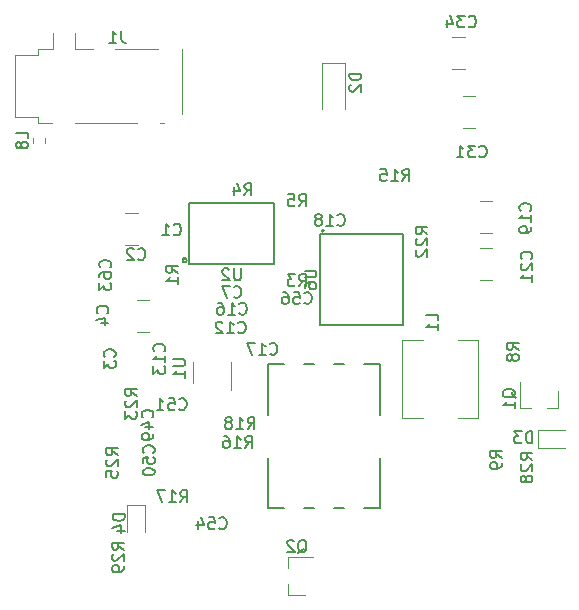
<source format=gbr>
G04 #@! TF.FileFunction,Legend,Bot*
%FSLAX46Y46*%
G04 Gerber Fmt 4.6, Leading zero omitted, Abs format (unit mm)*
G04 Created by KiCad (PCBNEW 4.0.5+dfsg1-4) date Tue Aug 14 14:25:04 2018*
%MOMM*%
%LPD*%
G01*
G04 APERTURE LIST*
%ADD10C,0.100000*%
%ADD11C,0.120000*%
%ADD12C,0.150000*%
%ADD13C,0.200000*%
G04 APERTURE END LIST*
D10*
D11*
X59482633Y-100960000D02*
X60517367Y-100960000D01*
X59482633Y-98240000D02*
X60517367Y-98240000D01*
X60482633Y-108360000D02*
X61517367Y-108360000D01*
X60482633Y-105640000D02*
X61517367Y-105640000D01*
X89482633Y-99960000D02*
X90517367Y-99960000D01*
X89482633Y-97240000D02*
X90517367Y-97240000D01*
X89482633Y-103960000D02*
X90517367Y-103960000D01*
X89482633Y-101240000D02*
X90517367Y-101240000D01*
X88082633Y-91060000D02*
X89117367Y-91060000D01*
X88082633Y-88340000D02*
X89117367Y-88340000D01*
X87182633Y-86060000D02*
X88217367Y-86060000D01*
X87182633Y-83340000D02*
X88217367Y-83340000D01*
X76100000Y-85550000D02*
X78100000Y-85550000D01*
X78100000Y-85550000D02*
X78100000Y-89450000D01*
X76100000Y-85550000D02*
X76100000Y-89450000D01*
X96700000Y-118135000D02*
X94415000Y-118135000D01*
X94415000Y-118135000D02*
X94415000Y-116665000D01*
X94415000Y-116665000D02*
X96700000Y-116665000D01*
X59665000Y-125300000D02*
X59665000Y-123015000D01*
X59665000Y-123015000D02*
X61135000Y-123015000D01*
X61135000Y-123015000D02*
X61135000Y-125300000D01*
X87644100Y-115593400D02*
X89344100Y-115593400D01*
X89344100Y-115593400D02*
X89344100Y-108993400D01*
X89344100Y-108993400D02*
X87644100Y-108993400D01*
X84644100Y-108993400D02*
X82944100Y-108993400D01*
X82944100Y-108993400D02*
X82944100Y-115593400D01*
X82944100Y-115593400D02*
X84644100Y-115593400D01*
X96080000Y-114760000D02*
X95150000Y-114760000D01*
X92920000Y-114760000D02*
X93850000Y-114760000D01*
X92920000Y-114760000D02*
X92920000Y-112600000D01*
X96080000Y-114760000D02*
X96080000Y-113300000D01*
X73240000Y-130580000D02*
X73240000Y-129650000D01*
X73240000Y-127420000D02*
X73240000Y-128350000D01*
X73240000Y-127420000D02*
X75400000Y-127420000D01*
X73240000Y-130580000D02*
X74700000Y-130580000D01*
X65192000Y-112634600D02*
X65192000Y-110834600D01*
X68412000Y-110834600D02*
X68412000Y-113284600D01*
D12*
X71531600Y-118986300D02*
X71531600Y-123257500D01*
X81071600Y-118986300D02*
X81071600Y-123257500D01*
X71531600Y-123257500D02*
X72933560Y-123257500D01*
X81071600Y-123257500D02*
X79669640Y-123257500D01*
X75473560Y-123257500D02*
X74589640Y-123257500D01*
X77129640Y-123257500D02*
X78013560Y-123257500D01*
X75473560Y-111057500D02*
X74589640Y-111057500D01*
X77129640Y-111057500D02*
X78013560Y-111057500D01*
X71531600Y-111057500D02*
X72933560Y-111057500D01*
X81071600Y-111057500D02*
X79669640Y-111057500D01*
X71531600Y-111057500D02*
X71531600Y-115328700D01*
X81071600Y-111057500D02*
X81071600Y-115328700D01*
D11*
X51690000Y-91906125D02*
X51690000Y-92293875D01*
X52710000Y-91906125D02*
X52710000Y-92293875D01*
X55250000Y-84400000D02*
X55250000Y-83050000D01*
X53400000Y-84400000D02*
X53400000Y-83050000D01*
X53400000Y-84400000D02*
X52100000Y-84400000D01*
X56750000Y-84400000D02*
X55250000Y-84400000D01*
X62250000Y-84400000D02*
X58650000Y-84400000D01*
X64300000Y-89850000D02*
X64300000Y-84400000D01*
X62450000Y-90600000D02*
X62750000Y-90600000D01*
X55250000Y-90600000D02*
X60500000Y-90600000D01*
X52100000Y-90600000D02*
X53300000Y-90600000D01*
X52100000Y-84900000D02*
X50100000Y-84900000D01*
X50100000Y-84900000D02*
X50100000Y-90100000D01*
X50100000Y-90100000D02*
X52100000Y-90100000D01*
X52100000Y-90100000D02*
X52100000Y-90600000D01*
X52100000Y-84400000D02*
X52100000Y-84900000D01*
D13*
X76300000Y-99750000D02*
G75*
G03X76300000Y-99750000I-100000J0D01*
G01*
X76000000Y-100050000D02*
X76000000Y-107750000D01*
X76000000Y-107750000D02*
X82950000Y-107750000D01*
X82950000Y-107750000D02*
X82950000Y-100050000D01*
X82950000Y-100050000D02*
X76000000Y-100050000D01*
X64680278Y-102250000D02*
G75*
G03X64680278Y-102250000I-180278J0D01*
G01*
X64850000Y-102600000D02*
X72100000Y-102600000D01*
X72100000Y-102600000D02*
X72100000Y-97400000D01*
X72100000Y-97400000D02*
X64850000Y-97400000D01*
X64850000Y-97400000D02*
X64850000Y-102600000D01*
D12*
X63566666Y-100057143D02*
X63614285Y-100104762D01*
X63757142Y-100152381D01*
X63852380Y-100152381D01*
X63995238Y-100104762D01*
X64090476Y-100009524D01*
X64138095Y-99914286D01*
X64185714Y-99723810D01*
X64185714Y-99580952D01*
X64138095Y-99390476D01*
X64090476Y-99295238D01*
X63995238Y-99200000D01*
X63852380Y-99152381D01*
X63757142Y-99152381D01*
X63614285Y-99200000D01*
X63566666Y-99247619D01*
X62614285Y-100152381D02*
X63185714Y-100152381D01*
X62900000Y-100152381D02*
X62900000Y-99152381D01*
X62995238Y-99295238D01*
X63090476Y-99390476D01*
X63185714Y-99438095D01*
X60566666Y-102157143D02*
X60614285Y-102204762D01*
X60757142Y-102252381D01*
X60852380Y-102252381D01*
X60995238Y-102204762D01*
X61090476Y-102109524D01*
X61138095Y-102014286D01*
X61185714Y-101823810D01*
X61185714Y-101680952D01*
X61138095Y-101490476D01*
X61090476Y-101395238D01*
X60995238Y-101300000D01*
X60852380Y-101252381D01*
X60757142Y-101252381D01*
X60614285Y-101300000D01*
X60566666Y-101347619D01*
X60185714Y-101347619D02*
X60138095Y-101300000D01*
X60042857Y-101252381D01*
X59804761Y-101252381D01*
X59709523Y-101300000D01*
X59661904Y-101347619D01*
X59614285Y-101442857D01*
X59614285Y-101538095D01*
X59661904Y-101680952D01*
X60233333Y-102252381D01*
X59614285Y-102252381D01*
X58557143Y-110433334D02*
X58604762Y-110385715D01*
X58652381Y-110242858D01*
X58652381Y-110147620D01*
X58604762Y-110004762D01*
X58509524Y-109909524D01*
X58414286Y-109861905D01*
X58223810Y-109814286D01*
X58080952Y-109814286D01*
X57890476Y-109861905D01*
X57795238Y-109909524D01*
X57700000Y-110004762D01*
X57652381Y-110147620D01*
X57652381Y-110242858D01*
X57700000Y-110385715D01*
X57747619Y-110433334D01*
X57652381Y-110766667D02*
X57652381Y-111385715D01*
X58033333Y-111052381D01*
X58033333Y-111195239D01*
X58080952Y-111290477D01*
X58128571Y-111338096D01*
X58223810Y-111385715D01*
X58461905Y-111385715D01*
X58557143Y-111338096D01*
X58604762Y-111290477D01*
X58652381Y-111195239D01*
X58652381Y-110909524D01*
X58604762Y-110814286D01*
X58557143Y-110766667D01*
X57957143Y-106733334D02*
X58004762Y-106685715D01*
X58052381Y-106542858D01*
X58052381Y-106447620D01*
X58004762Y-106304762D01*
X57909524Y-106209524D01*
X57814286Y-106161905D01*
X57623810Y-106114286D01*
X57480952Y-106114286D01*
X57290476Y-106161905D01*
X57195238Y-106209524D01*
X57100000Y-106304762D01*
X57052381Y-106447620D01*
X57052381Y-106542858D01*
X57100000Y-106685715D01*
X57147619Y-106733334D01*
X57385714Y-107590477D02*
X58052381Y-107590477D01*
X57004762Y-107352381D02*
X57719048Y-107114286D01*
X57719048Y-107733334D01*
X68666666Y-105357143D02*
X68714285Y-105404762D01*
X68857142Y-105452381D01*
X68952380Y-105452381D01*
X69095238Y-105404762D01*
X69190476Y-105309524D01*
X69238095Y-105214286D01*
X69285714Y-105023810D01*
X69285714Y-104880952D01*
X69238095Y-104690476D01*
X69190476Y-104595238D01*
X69095238Y-104500000D01*
X68952380Y-104452381D01*
X68857142Y-104452381D01*
X68714285Y-104500000D01*
X68666666Y-104547619D01*
X68333333Y-104452381D02*
X67666666Y-104452381D01*
X68095238Y-105452381D01*
X69042857Y-108357143D02*
X69090476Y-108404762D01*
X69233333Y-108452381D01*
X69328571Y-108452381D01*
X69471429Y-108404762D01*
X69566667Y-108309524D01*
X69614286Y-108214286D01*
X69661905Y-108023810D01*
X69661905Y-107880952D01*
X69614286Y-107690476D01*
X69566667Y-107595238D01*
X69471429Y-107500000D01*
X69328571Y-107452381D01*
X69233333Y-107452381D01*
X69090476Y-107500000D01*
X69042857Y-107547619D01*
X68090476Y-108452381D02*
X68661905Y-108452381D01*
X68376191Y-108452381D02*
X68376191Y-107452381D01*
X68471429Y-107595238D01*
X68566667Y-107690476D01*
X68661905Y-107738095D01*
X67709524Y-107547619D02*
X67661905Y-107500000D01*
X67566667Y-107452381D01*
X67328571Y-107452381D01*
X67233333Y-107500000D01*
X67185714Y-107547619D01*
X67138095Y-107642857D01*
X67138095Y-107738095D01*
X67185714Y-107880952D01*
X67757143Y-108452381D01*
X67138095Y-108452381D01*
X62757143Y-109957143D02*
X62804762Y-109909524D01*
X62852381Y-109766667D01*
X62852381Y-109671429D01*
X62804762Y-109528571D01*
X62709524Y-109433333D01*
X62614286Y-109385714D01*
X62423810Y-109338095D01*
X62280952Y-109338095D01*
X62090476Y-109385714D01*
X61995238Y-109433333D01*
X61900000Y-109528571D01*
X61852381Y-109671429D01*
X61852381Y-109766667D01*
X61900000Y-109909524D01*
X61947619Y-109957143D01*
X62852381Y-110909524D02*
X62852381Y-110338095D01*
X62852381Y-110623809D02*
X61852381Y-110623809D01*
X61995238Y-110528571D01*
X62090476Y-110433333D01*
X62138095Y-110338095D01*
X61852381Y-111242857D02*
X61852381Y-111861905D01*
X62233333Y-111528571D01*
X62233333Y-111671429D01*
X62280952Y-111766667D01*
X62328571Y-111814286D01*
X62423810Y-111861905D01*
X62661905Y-111861905D01*
X62757143Y-111814286D01*
X62804762Y-111766667D01*
X62852381Y-111671429D01*
X62852381Y-111385714D01*
X62804762Y-111290476D01*
X62757143Y-111242857D01*
X69142857Y-106757143D02*
X69190476Y-106804762D01*
X69333333Y-106852381D01*
X69428571Y-106852381D01*
X69571429Y-106804762D01*
X69666667Y-106709524D01*
X69714286Y-106614286D01*
X69761905Y-106423810D01*
X69761905Y-106280952D01*
X69714286Y-106090476D01*
X69666667Y-105995238D01*
X69571429Y-105900000D01*
X69428571Y-105852381D01*
X69333333Y-105852381D01*
X69190476Y-105900000D01*
X69142857Y-105947619D01*
X68190476Y-106852381D02*
X68761905Y-106852381D01*
X68476191Y-106852381D02*
X68476191Y-105852381D01*
X68571429Y-105995238D01*
X68666667Y-106090476D01*
X68761905Y-106138095D01*
X67333333Y-105852381D02*
X67523810Y-105852381D01*
X67619048Y-105900000D01*
X67666667Y-105947619D01*
X67761905Y-106090476D01*
X67809524Y-106280952D01*
X67809524Y-106661905D01*
X67761905Y-106757143D01*
X67714286Y-106804762D01*
X67619048Y-106852381D01*
X67428571Y-106852381D01*
X67333333Y-106804762D01*
X67285714Y-106757143D01*
X67238095Y-106661905D01*
X67238095Y-106423810D01*
X67285714Y-106328571D01*
X67333333Y-106280952D01*
X67428571Y-106233333D01*
X67619048Y-106233333D01*
X67714286Y-106280952D01*
X67761905Y-106328571D01*
X67809524Y-106423810D01*
X71742857Y-110157143D02*
X71790476Y-110204762D01*
X71933333Y-110252381D01*
X72028571Y-110252381D01*
X72171429Y-110204762D01*
X72266667Y-110109524D01*
X72314286Y-110014286D01*
X72361905Y-109823810D01*
X72361905Y-109680952D01*
X72314286Y-109490476D01*
X72266667Y-109395238D01*
X72171429Y-109300000D01*
X72028571Y-109252381D01*
X71933333Y-109252381D01*
X71790476Y-109300000D01*
X71742857Y-109347619D01*
X70790476Y-110252381D02*
X71361905Y-110252381D01*
X71076191Y-110252381D02*
X71076191Y-109252381D01*
X71171429Y-109395238D01*
X71266667Y-109490476D01*
X71361905Y-109538095D01*
X70457143Y-109252381D02*
X69790476Y-109252381D01*
X70219048Y-110252381D01*
X77442857Y-99257143D02*
X77490476Y-99304762D01*
X77633333Y-99352381D01*
X77728571Y-99352381D01*
X77871429Y-99304762D01*
X77966667Y-99209524D01*
X78014286Y-99114286D01*
X78061905Y-98923810D01*
X78061905Y-98780952D01*
X78014286Y-98590476D01*
X77966667Y-98495238D01*
X77871429Y-98400000D01*
X77728571Y-98352381D01*
X77633333Y-98352381D01*
X77490476Y-98400000D01*
X77442857Y-98447619D01*
X76490476Y-99352381D02*
X77061905Y-99352381D01*
X76776191Y-99352381D02*
X76776191Y-98352381D01*
X76871429Y-98495238D01*
X76966667Y-98590476D01*
X77061905Y-98638095D01*
X75919048Y-98780952D02*
X76014286Y-98733333D01*
X76061905Y-98685714D01*
X76109524Y-98590476D01*
X76109524Y-98542857D01*
X76061905Y-98447619D01*
X76014286Y-98400000D01*
X75919048Y-98352381D01*
X75728571Y-98352381D01*
X75633333Y-98400000D01*
X75585714Y-98447619D01*
X75538095Y-98542857D01*
X75538095Y-98590476D01*
X75585714Y-98685714D01*
X75633333Y-98733333D01*
X75728571Y-98780952D01*
X75919048Y-98780952D01*
X76014286Y-98828571D01*
X76061905Y-98876190D01*
X76109524Y-98971429D01*
X76109524Y-99161905D01*
X76061905Y-99257143D01*
X76014286Y-99304762D01*
X75919048Y-99352381D01*
X75728571Y-99352381D01*
X75633333Y-99304762D01*
X75585714Y-99257143D01*
X75538095Y-99161905D01*
X75538095Y-98971429D01*
X75585714Y-98876190D01*
X75633333Y-98828571D01*
X75728571Y-98780952D01*
X93757143Y-98057143D02*
X93804762Y-98009524D01*
X93852381Y-97866667D01*
X93852381Y-97771429D01*
X93804762Y-97628571D01*
X93709524Y-97533333D01*
X93614286Y-97485714D01*
X93423810Y-97438095D01*
X93280952Y-97438095D01*
X93090476Y-97485714D01*
X92995238Y-97533333D01*
X92900000Y-97628571D01*
X92852381Y-97771429D01*
X92852381Y-97866667D01*
X92900000Y-98009524D01*
X92947619Y-98057143D01*
X93852381Y-99009524D02*
X93852381Y-98438095D01*
X93852381Y-98723809D02*
X92852381Y-98723809D01*
X92995238Y-98628571D01*
X93090476Y-98533333D01*
X93138095Y-98438095D01*
X93852381Y-99485714D02*
X93852381Y-99676190D01*
X93804762Y-99771429D01*
X93757143Y-99819048D01*
X93614286Y-99914286D01*
X93423810Y-99961905D01*
X93042857Y-99961905D01*
X92947619Y-99914286D01*
X92900000Y-99866667D01*
X92852381Y-99771429D01*
X92852381Y-99580952D01*
X92900000Y-99485714D01*
X92947619Y-99438095D01*
X93042857Y-99390476D01*
X93280952Y-99390476D01*
X93376190Y-99438095D01*
X93423810Y-99485714D01*
X93471429Y-99580952D01*
X93471429Y-99771429D01*
X93423810Y-99866667D01*
X93376190Y-99914286D01*
X93280952Y-99961905D01*
X93857143Y-102157143D02*
X93904762Y-102109524D01*
X93952381Y-101966667D01*
X93952381Y-101871429D01*
X93904762Y-101728571D01*
X93809524Y-101633333D01*
X93714286Y-101585714D01*
X93523810Y-101538095D01*
X93380952Y-101538095D01*
X93190476Y-101585714D01*
X93095238Y-101633333D01*
X93000000Y-101728571D01*
X92952381Y-101871429D01*
X92952381Y-101966667D01*
X93000000Y-102109524D01*
X93047619Y-102157143D01*
X93047619Y-102538095D02*
X93000000Y-102585714D01*
X92952381Y-102680952D01*
X92952381Y-102919048D01*
X93000000Y-103014286D01*
X93047619Y-103061905D01*
X93142857Y-103109524D01*
X93238095Y-103109524D01*
X93380952Y-103061905D01*
X93952381Y-102490476D01*
X93952381Y-103109524D01*
X93952381Y-104061905D02*
X93952381Y-103490476D01*
X93952381Y-103776190D02*
X92952381Y-103776190D01*
X93095238Y-103680952D01*
X93190476Y-103585714D01*
X93238095Y-103490476D01*
X89442857Y-93457143D02*
X89490476Y-93504762D01*
X89633333Y-93552381D01*
X89728571Y-93552381D01*
X89871429Y-93504762D01*
X89966667Y-93409524D01*
X90014286Y-93314286D01*
X90061905Y-93123810D01*
X90061905Y-92980952D01*
X90014286Y-92790476D01*
X89966667Y-92695238D01*
X89871429Y-92600000D01*
X89728571Y-92552381D01*
X89633333Y-92552381D01*
X89490476Y-92600000D01*
X89442857Y-92647619D01*
X89109524Y-92552381D02*
X88490476Y-92552381D01*
X88823810Y-92933333D01*
X88680952Y-92933333D01*
X88585714Y-92980952D01*
X88538095Y-93028571D01*
X88490476Y-93123810D01*
X88490476Y-93361905D01*
X88538095Y-93457143D01*
X88585714Y-93504762D01*
X88680952Y-93552381D01*
X88966667Y-93552381D01*
X89061905Y-93504762D01*
X89109524Y-93457143D01*
X87538095Y-93552381D02*
X88109524Y-93552381D01*
X87823810Y-93552381D02*
X87823810Y-92552381D01*
X87919048Y-92695238D01*
X88014286Y-92790476D01*
X88109524Y-92838095D01*
X88542857Y-82457143D02*
X88590476Y-82504762D01*
X88733333Y-82552381D01*
X88828571Y-82552381D01*
X88971429Y-82504762D01*
X89066667Y-82409524D01*
X89114286Y-82314286D01*
X89161905Y-82123810D01*
X89161905Y-81980952D01*
X89114286Y-81790476D01*
X89066667Y-81695238D01*
X88971429Y-81600000D01*
X88828571Y-81552381D01*
X88733333Y-81552381D01*
X88590476Y-81600000D01*
X88542857Y-81647619D01*
X88209524Y-81552381D02*
X87590476Y-81552381D01*
X87923810Y-81933333D01*
X87780952Y-81933333D01*
X87685714Y-81980952D01*
X87638095Y-82028571D01*
X87590476Y-82123810D01*
X87590476Y-82361905D01*
X87638095Y-82457143D01*
X87685714Y-82504762D01*
X87780952Y-82552381D01*
X88066667Y-82552381D01*
X88161905Y-82504762D01*
X88209524Y-82457143D01*
X86733333Y-81885714D02*
X86733333Y-82552381D01*
X86971429Y-81504762D02*
X87209524Y-82219048D01*
X86590476Y-82219048D01*
X61757143Y-115557143D02*
X61804762Y-115509524D01*
X61852381Y-115366667D01*
X61852381Y-115271429D01*
X61804762Y-115128571D01*
X61709524Y-115033333D01*
X61614286Y-114985714D01*
X61423810Y-114938095D01*
X61280952Y-114938095D01*
X61090476Y-114985714D01*
X60995238Y-115033333D01*
X60900000Y-115128571D01*
X60852381Y-115271429D01*
X60852381Y-115366667D01*
X60900000Y-115509524D01*
X60947619Y-115557143D01*
X61185714Y-116414286D02*
X61852381Y-116414286D01*
X60804762Y-116176190D02*
X61519048Y-115938095D01*
X61519048Y-116557143D01*
X61852381Y-116985714D02*
X61852381Y-117176190D01*
X61804762Y-117271429D01*
X61757143Y-117319048D01*
X61614286Y-117414286D01*
X61423810Y-117461905D01*
X61042857Y-117461905D01*
X60947619Y-117414286D01*
X60900000Y-117366667D01*
X60852381Y-117271429D01*
X60852381Y-117080952D01*
X60900000Y-116985714D01*
X60947619Y-116938095D01*
X61042857Y-116890476D01*
X61280952Y-116890476D01*
X61376190Y-116938095D01*
X61423810Y-116985714D01*
X61471429Y-117080952D01*
X61471429Y-117271429D01*
X61423810Y-117366667D01*
X61376190Y-117414286D01*
X61280952Y-117461905D01*
X61857143Y-118557143D02*
X61904762Y-118509524D01*
X61952381Y-118366667D01*
X61952381Y-118271429D01*
X61904762Y-118128571D01*
X61809524Y-118033333D01*
X61714286Y-117985714D01*
X61523810Y-117938095D01*
X61380952Y-117938095D01*
X61190476Y-117985714D01*
X61095238Y-118033333D01*
X61000000Y-118128571D01*
X60952381Y-118271429D01*
X60952381Y-118366667D01*
X61000000Y-118509524D01*
X61047619Y-118557143D01*
X60952381Y-119461905D02*
X60952381Y-118985714D01*
X61428571Y-118938095D01*
X61380952Y-118985714D01*
X61333333Y-119080952D01*
X61333333Y-119319048D01*
X61380952Y-119414286D01*
X61428571Y-119461905D01*
X61523810Y-119509524D01*
X61761905Y-119509524D01*
X61857143Y-119461905D01*
X61904762Y-119414286D01*
X61952381Y-119319048D01*
X61952381Y-119080952D01*
X61904762Y-118985714D01*
X61857143Y-118938095D01*
X60952381Y-120128571D02*
X60952381Y-120223810D01*
X61000000Y-120319048D01*
X61047619Y-120366667D01*
X61142857Y-120414286D01*
X61333333Y-120461905D01*
X61571429Y-120461905D01*
X61761905Y-120414286D01*
X61857143Y-120366667D01*
X61904762Y-120319048D01*
X61952381Y-120223810D01*
X61952381Y-120128571D01*
X61904762Y-120033333D01*
X61857143Y-119985714D01*
X61761905Y-119938095D01*
X61571429Y-119890476D01*
X61333333Y-119890476D01*
X61142857Y-119938095D01*
X61047619Y-119985714D01*
X61000000Y-120033333D01*
X60952381Y-120128571D01*
X64042857Y-114857143D02*
X64090476Y-114904762D01*
X64233333Y-114952381D01*
X64328571Y-114952381D01*
X64471429Y-114904762D01*
X64566667Y-114809524D01*
X64614286Y-114714286D01*
X64661905Y-114523810D01*
X64661905Y-114380952D01*
X64614286Y-114190476D01*
X64566667Y-114095238D01*
X64471429Y-114000000D01*
X64328571Y-113952381D01*
X64233333Y-113952381D01*
X64090476Y-114000000D01*
X64042857Y-114047619D01*
X63138095Y-113952381D02*
X63614286Y-113952381D01*
X63661905Y-114428571D01*
X63614286Y-114380952D01*
X63519048Y-114333333D01*
X63280952Y-114333333D01*
X63185714Y-114380952D01*
X63138095Y-114428571D01*
X63090476Y-114523810D01*
X63090476Y-114761905D01*
X63138095Y-114857143D01*
X63185714Y-114904762D01*
X63280952Y-114952381D01*
X63519048Y-114952381D01*
X63614286Y-114904762D01*
X63661905Y-114857143D01*
X62138095Y-114952381D02*
X62709524Y-114952381D01*
X62423810Y-114952381D02*
X62423810Y-113952381D01*
X62519048Y-114095238D01*
X62614286Y-114190476D01*
X62709524Y-114238095D01*
X67442857Y-124927143D02*
X67490476Y-124974762D01*
X67633333Y-125022381D01*
X67728571Y-125022381D01*
X67871429Y-124974762D01*
X67966667Y-124879524D01*
X68014286Y-124784286D01*
X68061905Y-124593810D01*
X68061905Y-124450952D01*
X68014286Y-124260476D01*
X67966667Y-124165238D01*
X67871429Y-124070000D01*
X67728571Y-124022381D01*
X67633333Y-124022381D01*
X67490476Y-124070000D01*
X67442857Y-124117619D01*
X66538095Y-124022381D02*
X67014286Y-124022381D01*
X67061905Y-124498571D01*
X67014286Y-124450952D01*
X66919048Y-124403333D01*
X66680952Y-124403333D01*
X66585714Y-124450952D01*
X66538095Y-124498571D01*
X66490476Y-124593810D01*
X66490476Y-124831905D01*
X66538095Y-124927143D01*
X66585714Y-124974762D01*
X66680952Y-125022381D01*
X66919048Y-125022381D01*
X67014286Y-124974762D01*
X67061905Y-124927143D01*
X65633333Y-124355714D02*
X65633333Y-125022381D01*
X65871429Y-123974762D02*
X66109524Y-124689048D01*
X65490476Y-124689048D01*
X74642857Y-105857143D02*
X74690476Y-105904762D01*
X74833333Y-105952381D01*
X74928571Y-105952381D01*
X75071429Y-105904762D01*
X75166667Y-105809524D01*
X75214286Y-105714286D01*
X75261905Y-105523810D01*
X75261905Y-105380952D01*
X75214286Y-105190476D01*
X75166667Y-105095238D01*
X75071429Y-105000000D01*
X74928571Y-104952381D01*
X74833333Y-104952381D01*
X74690476Y-105000000D01*
X74642857Y-105047619D01*
X73738095Y-104952381D02*
X74214286Y-104952381D01*
X74261905Y-105428571D01*
X74214286Y-105380952D01*
X74119048Y-105333333D01*
X73880952Y-105333333D01*
X73785714Y-105380952D01*
X73738095Y-105428571D01*
X73690476Y-105523810D01*
X73690476Y-105761905D01*
X73738095Y-105857143D01*
X73785714Y-105904762D01*
X73880952Y-105952381D01*
X74119048Y-105952381D01*
X74214286Y-105904762D01*
X74261905Y-105857143D01*
X72833333Y-104952381D02*
X73023810Y-104952381D01*
X73119048Y-105000000D01*
X73166667Y-105047619D01*
X73261905Y-105190476D01*
X73309524Y-105380952D01*
X73309524Y-105761905D01*
X73261905Y-105857143D01*
X73214286Y-105904762D01*
X73119048Y-105952381D01*
X72928571Y-105952381D01*
X72833333Y-105904762D01*
X72785714Y-105857143D01*
X72738095Y-105761905D01*
X72738095Y-105523810D01*
X72785714Y-105428571D01*
X72833333Y-105380952D01*
X72928571Y-105333333D01*
X73119048Y-105333333D01*
X73214286Y-105380952D01*
X73261905Y-105428571D01*
X73309524Y-105523810D01*
X58187143Y-102857143D02*
X58234762Y-102809524D01*
X58282381Y-102666667D01*
X58282381Y-102571429D01*
X58234762Y-102428571D01*
X58139524Y-102333333D01*
X58044286Y-102285714D01*
X57853810Y-102238095D01*
X57710952Y-102238095D01*
X57520476Y-102285714D01*
X57425238Y-102333333D01*
X57330000Y-102428571D01*
X57282381Y-102571429D01*
X57282381Y-102666667D01*
X57330000Y-102809524D01*
X57377619Y-102857143D01*
X57282381Y-103714286D02*
X57282381Y-103523809D01*
X57330000Y-103428571D01*
X57377619Y-103380952D01*
X57520476Y-103285714D01*
X57710952Y-103238095D01*
X58091905Y-103238095D01*
X58187143Y-103285714D01*
X58234762Y-103333333D01*
X58282381Y-103428571D01*
X58282381Y-103619048D01*
X58234762Y-103714286D01*
X58187143Y-103761905D01*
X58091905Y-103809524D01*
X57853810Y-103809524D01*
X57758571Y-103761905D01*
X57710952Y-103714286D01*
X57663333Y-103619048D01*
X57663333Y-103428571D01*
X57710952Y-103333333D01*
X57758571Y-103285714D01*
X57853810Y-103238095D01*
X57282381Y-104142857D02*
X57282381Y-104761905D01*
X57663333Y-104428571D01*
X57663333Y-104571429D01*
X57710952Y-104666667D01*
X57758571Y-104714286D01*
X57853810Y-104761905D01*
X58091905Y-104761905D01*
X58187143Y-104714286D01*
X58234762Y-104666667D01*
X58282381Y-104571429D01*
X58282381Y-104285714D01*
X58234762Y-104190476D01*
X58187143Y-104142857D01*
X79452381Y-86461905D02*
X78452381Y-86461905D01*
X78452381Y-86700000D01*
X78500000Y-86842858D01*
X78595238Y-86938096D01*
X78690476Y-86985715D01*
X78880952Y-87033334D01*
X79023810Y-87033334D01*
X79214286Y-86985715D01*
X79309524Y-86938096D01*
X79404762Y-86842858D01*
X79452381Y-86700000D01*
X79452381Y-86461905D01*
X78547619Y-87414286D02*
X78500000Y-87461905D01*
X78452381Y-87557143D01*
X78452381Y-87795239D01*
X78500000Y-87890477D01*
X78547619Y-87938096D01*
X78642857Y-87985715D01*
X78738095Y-87985715D01*
X78880952Y-87938096D01*
X79452381Y-87366667D01*
X79452381Y-87985715D01*
X93938095Y-117752381D02*
X93938095Y-116752381D01*
X93700000Y-116752381D01*
X93557142Y-116800000D01*
X93461904Y-116895238D01*
X93414285Y-116990476D01*
X93366666Y-117180952D01*
X93366666Y-117323810D01*
X93414285Y-117514286D01*
X93461904Y-117609524D01*
X93557142Y-117704762D01*
X93700000Y-117752381D01*
X93938095Y-117752381D01*
X93033333Y-116752381D02*
X92414285Y-116752381D01*
X92747619Y-117133333D01*
X92604761Y-117133333D01*
X92509523Y-117180952D01*
X92461904Y-117228571D01*
X92414285Y-117323810D01*
X92414285Y-117561905D01*
X92461904Y-117657143D01*
X92509523Y-117704762D01*
X92604761Y-117752381D01*
X92890476Y-117752381D01*
X92985714Y-117704762D01*
X93033333Y-117657143D01*
X59422381Y-123761905D02*
X58422381Y-123761905D01*
X58422381Y-124000000D01*
X58470000Y-124142858D01*
X58565238Y-124238096D01*
X58660476Y-124285715D01*
X58850952Y-124333334D01*
X58993810Y-124333334D01*
X59184286Y-124285715D01*
X59279524Y-124238096D01*
X59374762Y-124142858D01*
X59422381Y-124000000D01*
X59422381Y-123761905D01*
X58755714Y-125190477D02*
X59422381Y-125190477D01*
X58374762Y-124952381D02*
X59089048Y-124714286D01*
X59089048Y-125333334D01*
X85952381Y-107333334D02*
X85952381Y-106857143D01*
X84952381Y-106857143D01*
X85952381Y-108190477D02*
X85952381Y-107619048D01*
X85952381Y-107904762D02*
X84952381Y-107904762D01*
X85095238Y-107809524D01*
X85190476Y-107714286D01*
X85238095Y-107619048D01*
X92547619Y-113904762D02*
X92500000Y-113809524D01*
X92404762Y-113714286D01*
X92261905Y-113571429D01*
X92214286Y-113476190D01*
X92214286Y-113380952D01*
X92452381Y-113428571D02*
X92404762Y-113333333D01*
X92309524Y-113238095D01*
X92119048Y-113190476D01*
X91785714Y-113190476D01*
X91595238Y-113238095D01*
X91500000Y-113333333D01*
X91452381Y-113428571D01*
X91452381Y-113619048D01*
X91500000Y-113714286D01*
X91595238Y-113809524D01*
X91785714Y-113857143D01*
X92119048Y-113857143D01*
X92309524Y-113809524D01*
X92404762Y-113714286D01*
X92452381Y-113619048D01*
X92452381Y-113428571D01*
X92452381Y-114809524D02*
X92452381Y-114238095D01*
X92452381Y-114523809D02*
X91452381Y-114523809D01*
X91595238Y-114428571D01*
X91690476Y-114333333D01*
X91738095Y-114238095D01*
X74095238Y-127047619D02*
X74190476Y-127000000D01*
X74285714Y-126904762D01*
X74428571Y-126761905D01*
X74523810Y-126714286D01*
X74619048Y-126714286D01*
X74571429Y-126952381D02*
X74666667Y-126904762D01*
X74761905Y-126809524D01*
X74809524Y-126619048D01*
X74809524Y-126285714D01*
X74761905Y-126095238D01*
X74666667Y-126000000D01*
X74571429Y-125952381D01*
X74380952Y-125952381D01*
X74285714Y-126000000D01*
X74190476Y-126095238D01*
X74142857Y-126285714D01*
X74142857Y-126619048D01*
X74190476Y-126809524D01*
X74285714Y-126904762D01*
X74380952Y-126952381D01*
X74571429Y-126952381D01*
X73761905Y-126047619D02*
X73714286Y-126000000D01*
X73619048Y-125952381D01*
X73380952Y-125952381D01*
X73285714Y-126000000D01*
X73238095Y-126047619D01*
X73190476Y-126142857D01*
X73190476Y-126238095D01*
X73238095Y-126380952D01*
X73809524Y-126952381D01*
X73190476Y-126952381D01*
X63952381Y-103333334D02*
X63476190Y-103000000D01*
X63952381Y-102761905D02*
X62952381Y-102761905D01*
X62952381Y-103142858D01*
X63000000Y-103238096D01*
X63047619Y-103285715D01*
X63142857Y-103333334D01*
X63285714Y-103333334D01*
X63380952Y-103285715D01*
X63428571Y-103238096D01*
X63476190Y-103142858D01*
X63476190Y-102761905D01*
X63952381Y-104285715D02*
X63952381Y-103714286D01*
X63952381Y-104000000D02*
X62952381Y-104000000D01*
X63095238Y-103904762D01*
X63190476Y-103809524D01*
X63238095Y-103714286D01*
X74166666Y-104452381D02*
X74500000Y-103976190D01*
X74738095Y-104452381D02*
X74738095Y-103452381D01*
X74357142Y-103452381D01*
X74261904Y-103500000D01*
X74214285Y-103547619D01*
X74166666Y-103642857D01*
X74166666Y-103785714D01*
X74214285Y-103880952D01*
X74261904Y-103928571D01*
X74357142Y-103976190D01*
X74738095Y-103976190D01*
X73833333Y-103452381D02*
X73214285Y-103452381D01*
X73547619Y-103833333D01*
X73404761Y-103833333D01*
X73309523Y-103880952D01*
X73261904Y-103928571D01*
X73214285Y-104023810D01*
X73214285Y-104261905D01*
X73261904Y-104357143D01*
X73309523Y-104404762D01*
X73404761Y-104452381D01*
X73690476Y-104452381D01*
X73785714Y-104404762D01*
X73833333Y-104357143D01*
X69566666Y-96752381D02*
X69900000Y-96276190D01*
X70138095Y-96752381D02*
X70138095Y-95752381D01*
X69757142Y-95752381D01*
X69661904Y-95800000D01*
X69614285Y-95847619D01*
X69566666Y-95942857D01*
X69566666Y-96085714D01*
X69614285Y-96180952D01*
X69661904Y-96228571D01*
X69757142Y-96276190D01*
X70138095Y-96276190D01*
X68709523Y-96085714D02*
X68709523Y-96752381D01*
X68947619Y-95704762D02*
X69185714Y-96419048D01*
X68566666Y-96419048D01*
X74166666Y-97682381D02*
X74500000Y-97206190D01*
X74738095Y-97682381D02*
X74738095Y-96682381D01*
X74357142Y-96682381D01*
X74261904Y-96730000D01*
X74214285Y-96777619D01*
X74166666Y-96872857D01*
X74166666Y-97015714D01*
X74214285Y-97110952D01*
X74261904Y-97158571D01*
X74357142Y-97206190D01*
X74738095Y-97206190D01*
X73261904Y-96682381D02*
X73738095Y-96682381D01*
X73785714Y-97158571D01*
X73738095Y-97110952D01*
X73642857Y-97063333D01*
X73404761Y-97063333D01*
X73309523Y-97110952D01*
X73261904Y-97158571D01*
X73214285Y-97253810D01*
X73214285Y-97491905D01*
X73261904Y-97587143D01*
X73309523Y-97634762D01*
X73404761Y-97682381D01*
X73642857Y-97682381D01*
X73738095Y-97634762D01*
X73785714Y-97587143D01*
X92782381Y-109833334D02*
X92306190Y-109500000D01*
X92782381Y-109261905D02*
X91782381Y-109261905D01*
X91782381Y-109642858D01*
X91830000Y-109738096D01*
X91877619Y-109785715D01*
X91972857Y-109833334D01*
X92115714Y-109833334D01*
X92210952Y-109785715D01*
X92258571Y-109738096D01*
X92306190Y-109642858D01*
X92306190Y-109261905D01*
X92210952Y-110404762D02*
X92163333Y-110309524D01*
X92115714Y-110261905D01*
X92020476Y-110214286D01*
X91972857Y-110214286D01*
X91877619Y-110261905D01*
X91830000Y-110309524D01*
X91782381Y-110404762D01*
X91782381Y-110595239D01*
X91830000Y-110690477D01*
X91877619Y-110738096D01*
X91972857Y-110785715D01*
X92020476Y-110785715D01*
X92115714Y-110738096D01*
X92163333Y-110690477D01*
X92210952Y-110595239D01*
X92210952Y-110404762D01*
X92258571Y-110309524D01*
X92306190Y-110261905D01*
X92401429Y-110214286D01*
X92591905Y-110214286D01*
X92687143Y-110261905D01*
X92734762Y-110309524D01*
X92782381Y-110404762D01*
X92782381Y-110595239D01*
X92734762Y-110690477D01*
X92687143Y-110738096D01*
X92591905Y-110785715D01*
X92401429Y-110785715D01*
X92306190Y-110738096D01*
X92258571Y-110690477D01*
X92210952Y-110595239D01*
X91370081Y-118984734D02*
X90893890Y-118651400D01*
X91370081Y-118413305D02*
X90370081Y-118413305D01*
X90370081Y-118794258D01*
X90417700Y-118889496D01*
X90465319Y-118937115D01*
X90560557Y-118984734D01*
X90703414Y-118984734D01*
X90798652Y-118937115D01*
X90846271Y-118889496D01*
X90893890Y-118794258D01*
X90893890Y-118413305D01*
X91370081Y-119460924D02*
X91370081Y-119651400D01*
X91322462Y-119746639D01*
X91274843Y-119794258D01*
X91131986Y-119889496D01*
X90941510Y-119937115D01*
X90560557Y-119937115D01*
X90465319Y-119889496D01*
X90417700Y-119841877D01*
X90370081Y-119746639D01*
X90370081Y-119556162D01*
X90417700Y-119460924D01*
X90465319Y-119413305D01*
X90560557Y-119365686D01*
X90798652Y-119365686D01*
X90893890Y-119413305D01*
X90941510Y-119460924D01*
X90989129Y-119556162D01*
X90989129Y-119746639D01*
X90941510Y-119841877D01*
X90893890Y-119889496D01*
X90798652Y-119937115D01*
X82942857Y-95552381D02*
X83276191Y-95076190D01*
X83514286Y-95552381D02*
X83514286Y-94552381D01*
X83133333Y-94552381D01*
X83038095Y-94600000D01*
X82990476Y-94647619D01*
X82942857Y-94742857D01*
X82942857Y-94885714D01*
X82990476Y-94980952D01*
X83038095Y-95028571D01*
X83133333Y-95076190D01*
X83514286Y-95076190D01*
X81990476Y-95552381D02*
X82561905Y-95552381D01*
X82276191Y-95552381D02*
X82276191Y-94552381D01*
X82371429Y-94695238D01*
X82466667Y-94790476D01*
X82561905Y-94838095D01*
X81085714Y-94552381D02*
X81561905Y-94552381D01*
X81609524Y-95028571D01*
X81561905Y-94980952D01*
X81466667Y-94933333D01*
X81228571Y-94933333D01*
X81133333Y-94980952D01*
X81085714Y-95028571D01*
X81038095Y-95123810D01*
X81038095Y-95361905D01*
X81085714Y-95457143D01*
X81133333Y-95504762D01*
X81228571Y-95552381D01*
X81466667Y-95552381D01*
X81561905Y-95504762D01*
X81609524Y-95457143D01*
X69642857Y-118152381D02*
X69976191Y-117676190D01*
X70214286Y-118152381D02*
X70214286Y-117152381D01*
X69833333Y-117152381D01*
X69738095Y-117200000D01*
X69690476Y-117247619D01*
X69642857Y-117342857D01*
X69642857Y-117485714D01*
X69690476Y-117580952D01*
X69738095Y-117628571D01*
X69833333Y-117676190D01*
X70214286Y-117676190D01*
X68690476Y-118152381D02*
X69261905Y-118152381D01*
X68976191Y-118152381D02*
X68976191Y-117152381D01*
X69071429Y-117295238D01*
X69166667Y-117390476D01*
X69261905Y-117438095D01*
X67833333Y-117152381D02*
X68023810Y-117152381D01*
X68119048Y-117200000D01*
X68166667Y-117247619D01*
X68261905Y-117390476D01*
X68309524Y-117580952D01*
X68309524Y-117961905D01*
X68261905Y-118057143D01*
X68214286Y-118104762D01*
X68119048Y-118152381D01*
X67928571Y-118152381D01*
X67833333Y-118104762D01*
X67785714Y-118057143D01*
X67738095Y-117961905D01*
X67738095Y-117723810D01*
X67785714Y-117628571D01*
X67833333Y-117580952D01*
X67928571Y-117533333D01*
X68119048Y-117533333D01*
X68214286Y-117580952D01*
X68261905Y-117628571D01*
X68309524Y-117723810D01*
X64142857Y-122752381D02*
X64476191Y-122276190D01*
X64714286Y-122752381D02*
X64714286Y-121752381D01*
X64333333Y-121752381D01*
X64238095Y-121800000D01*
X64190476Y-121847619D01*
X64142857Y-121942857D01*
X64142857Y-122085714D01*
X64190476Y-122180952D01*
X64238095Y-122228571D01*
X64333333Y-122276190D01*
X64714286Y-122276190D01*
X63190476Y-122752381D02*
X63761905Y-122752381D01*
X63476191Y-122752381D02*
X63476191Y-121752381D01*
X63571429Y-121895238D01*
X63666667Y-121990476D01*
X63761905Y-122038095D01*
X62857143Y-121752381D02*
X62190476Y-121752381D01*
X62619048Y-122752381D01*
X69842857Y-116552381D02*
X70176191Y-116076190D01*
X70414286Y-116552381D02*
X70414286Y-115552381D01*
X70033333Y-115552381D01*
X69938095Y-115600000D01*
X69890476Y-115647619D01*
X69842857Y-115742857D01*
X69842857Y-115885714D01*
X69890476Y-115980952D01*
X69938095Y-116028571D01*
X70033333Y-116076190D01*
X70414286Y-116076190D01*
X68890476Y-116552381D02*
X69461905Y-116552381D01*
X69176191Y-116552381D02*
X69176191Y-115552381D01*
X69271429Y-115695238D01*
X69366667Y-115790476D01*
X69461905Y-115838095D01*
X68319048Y-115980952D02*
X68414286Y-115933333D01*
X68461905Y-115885714D01*
X68509524Y-115790476D01*
X68509524Y-115742857D01*
X68461905Y-115647619D01*
X68414286Y-115600000D01*
X68319048Y-115552381D01*
X68128571Y-115552381D01*
X68033333Y-115600000D01*
X67985714Y-115647619D01*
X67938095Y-115742857D01*
X67938095Y-115790476D01*
X67985714Y-115885714D01*
X68033333Y-115933333D01*
X68128571Y-115980952D01*
X68319048Y-115980952D01*
X68414286Y-116028571D01*
X68461905Y-116076190D01*
X68509524Y-116171429D01*
X68509524Y-116361905D01*
X68461905Y-116457143D01*
X68414286Y-116504762D01*
X68319048Y-116552381D01*
X68128571Y-116552381D01*
X68033333Y-116504762D01*
X67985714Y-116457143D01*
X67938095Y-116361905D01*
X67938095Y-116171429D01*
X67985714Y-116076190D01*
X68033333Y-116028571D01*
X68128571Y-115980952D01*
X85052381Y-100057143D02*
X84576190Y-99723809D01*
X85052381Y-99485714D02*
X84052381Y-99485714D01*
X84052381Y-99866667D01*
X84100000Y-99961905D01*
X84147619Y-100009524D01*
X84242857Y-100057143D01*
X84385714Y-100057143D01*
X84480952Y-100009524D01*
X84528571Y-99961905D01*
X84576190Y-99866667D01*
X84576190Y-99485714D01*
X84147619Y-100438095D02*
X84100000Y-100485714D01*
X84052381Y-100580952D01*
X84052381Y-100819048D01*
X84100000Y-100914286D01*
X84147619Y-100961905D01*
X84242857Y-101009524D01*
X84338095Y-101009524D01*
X84480952Y-100961905D01*
X85052381Y-100390476D01*
X85052381Y-101009524D01*
X84147619Y-101390476D02*
X84100000Y-101438095D01*
X84052381Y-101533333D01*
X84052381Y-101771429D01*
X84100000Y-101866667D01*
X84147619Y-101914286D01*
X84242857Y-101961905D01*
X84338095Y-101961905D01*
X84480952Y-101914286D01*
X85052381Y-101342857D01*
X85052381Y-101961905D01*
X60452381Y-113757143D02*
X59976190Y-113423809D01*
X60452381Y-113185714D02*
X59452381Y-113185714D01*
X59452381Y-113566667D01*
X59500000Y-113661905D01*
X59547619Y-113709524D01*
X59642857Y-113757143D01*
X59785714Y-113757143D01*
X59880952Y-113709524D01*
X59928571Y-113661905D01*
X59976190Y-113566667D01*
X59976190Y-113185714D01*
X59547619Y-114138095D02*
X59500000Y-114185714D01*
X59452381Y-114280952D01*
X59452381Y-114519048D01*
X59500000Y-114614286D01*
X59547619Y-114661905D01*
X59642857Y-114709524D01*
X59738095Y-114709524D01*
X59880952Y-114661905D01*
X60452381Y-114090476D01*
X60452381Y-114709524D01*
X59452381Y-115042857D02*
X59452381Y-115661905D01*
X59833333Y-115328571D01*
X59833333Y-115471429D01*
X59880952Y-115566667D01*
X59928571Y-115614286D01*
X60023810Y-115661905D01*
X60261905Y-115661905D01*
X60357143Y-115614286D01*
X60404762Y-115566667D01*
X60452381Y-115471429D01*
X60452381Y-115185714D01*
X60404762Y-115090476D01*
X60357143Y-115042857D01*
X58852381Y-118757143D02*
X58376190Y-118423809D01*
X58852381Y-118185714D02*
X57852381Y-118185714D01*
X57852381Y-118566667D01*
X57900000Y-118661905D01*
X57947619Y-118709524D01*
X58042857Y-118757143D01*
X58185714Y-118757143D01*
X58280952Y-118709524D01*
X58328571Y-118661905D01*
X58376190Y-118566667D01*
X58376190Y-118185714D01*
X57947619Y-119138095D02*
X57900000Y-119185714D01*
X57852381Y-119280952D01*
X57852381Y-119519048D01*
X57900000Y-119614286D01*
X57947619Y-119661905D01*
X58042857Y-119709524D01*
X58138095Y-119709524D01*
X58280952Y-119661905D01*
X58852381Y-119090476D01*
X58852381Y-119709524D01*
X57852381Y-120614286D02*
X57852381Y-120138095D01*
X58328571Y-120090476D01*
X58280952Y-120138095D01*
X58233333Y-120233333D01*
X58233333Y-120471429D01*
X58280952Y-120566667D01*
X58328571Y-120614286D01*
X58423810Y-120661905D01*
X58661905Y-120661905D01*
X58757143Y-120614286D01*
X58804762Y-120566667D01*
X58852381Y-120471429D01*
X58852381Y-120233333D01*
X58804762Y-120138095D01*
X58757143Y-120090476D01*
X93952381Y-119157143D02*
X93476190Y-118823809D01*
X93952381Y-118585714D02*
X92952381Y-118585714D01*
X92952381Y-118966667D01*
X93000000Y-119061905D01*
X93047619Y-119109524D01*
X93142857Y-119157143D01*
X93285714Y-119157143D01*
X93380952Y-119109524D01*
X93428571Y-119061905D01*
X93476190Y-118966667D01*
X93476190Y-118585714D01*
X93047619Y-119538095D02*
X93000000Y-119585714D01*
X92952381Y-119680952D01*
X92952381Y-119919048D01*
X93000000Y-120014286D01*
X93047619Y-120061905D01*
X93142857Y-120109524D01*
X93238095Y-120109524D01*
X93380952Y-120061905D01*
X93952381Y-119490476D01*
X93952381Y-120109524D01*
X93380952Y-120680952D02*
X93333333Y-120585714D01*
X93285714Y-120538095D01*
X93190476Y-120490476D01*
X93142857Y-120490476D01*
X93047619Y-120538095D01*
X93000000Y-120585714D01*
X92952381Y-120680952D01*
X92952381Y-120871429D01*
X93000000Y-120966667D01*
X93047619Y-121014286D01*
X93142857Y-121061905D01*
X93190476Y-121061905D01*
X93285714Y-121014286D01*
X93333333Y-120966667D01*
X93380952Y-120871429D01*
X93380952Y-120680952D01*
X93428571Y-120585714D01*
X93476190Y-120538095D01*
X93571429Y-120490476D01*
X93761905Y-120490476D01*
X93857143Y-120538095D01*
X93904762Y-120585714D01*
X93952381Y-120680952D01*
X93952381Y-120871429D01*
X93904762Y-120966667D01*
X93857143Y-121014286D01*
X93761905Y-121061905D01*
X93571429Y-121061905D01*
X93476190Y-121014286D01*
X93428571Y-120966667D01*
X93380952Y-120871429D01*
X59352381Y-126757143D02*
X58876190Y-126423809D01*
X59352381Y-126185714D02*
X58352381Y-126185714D01*
X58352381Y-126566667D01*
X58400000Y-126661905D01*
X58447619Y-126709524D01*
X58542857Y-126757143D01*
X58685714Y-126757143D01*
X58780952Y-126709524D01*
X58828571Y-126661905D01*
X58876190Y-126566667D01*
X58876190Y-126185714D01*
X58447619Y-127138095D02*
X58400000Y-127185714D01*
X58352381Y-127280952D01*
X58352381Y-127519048D01*
X58400000Y-127614286D01*
X58447619Y-127661905D01*
X58542857Y-127709524D01*
X58638095Y-127709524D01*
X58780952Y-127661905D01*
X59352381Y-127090476D01*
X59352381Y-127709524D01*
X59352381Y-128185714D02*
X59352381Y-128376190D01*
X59304762Y-128471429D01*
X59257143Y-128519048D01*
X59114286Y-128614286D01*
X58923810Y-128661905D01*
X58542857Y-128661905D01*
X58447619Y-128614286D01*
X58400000Y-128566667D01*
X58352381Y-128471429D01*
X58352381Y-128280952D01*
X58400000Y-128185714D01*
X58447619Y-128138095D01*
X58542857Y-128090476D01*
X58780952Y-128090476D01*
X58876190Y-128138095D01*
X58923810Y-128185714D01*
X58971429Y-128280952D01*
X58971429Y-128471429D01*
X58923810Y-128566667D01*
X58876190Y-128614286D01*
X58780952Y-128661905D01*
X63552381Y-110638095D02*
X64361905Y-110638095D01*
X64457143Y-110685714D01*
X64504762Y-110733333D01*
X64552381Y-110828571D01*
X64552381Y-111019048D01*
X64504762Y-111114286D01*
X64457143Y-111161905D01*
X64361905Y-111209524D01*
X63552381Y-111209524D01*
X64552381Y-112209524D02*
X64552381Y-111638095D01*
X64552381Y-111923809D02*
X63552381Y-111923809D01*
X63695238Y-111828571D01*
X63790476Y-111733333D01*
X63838095Y-111638095D01*
X51222381Y-91933334D02*
X51222381Y-91457143D01*
X50222381Y-91457143D01*
X50650952Y-92409524D02*
X50603333Y-92314286D01*
X50555714Y-92266667D01*
X50460476Y-92219048D01*
X50412857Y-92219048D01*
X50317619Y-92266667D01*
X50270000Y-92314286D01*
X50222381Y-92409524D01*
X50222381Y-92600001D01*
X50270000Y-92695239D01*
X50317619Y-92742858D01*
X50412857Y-92790477D01*
X50460476Y-92790477D01*
X50555714Y-92742858D01*
X50603333Y-92695239D01*
X50650952Y-92600001D01*
X50650952Y-92409524D01*
X50698571Y-92314286D01*
X50746190Y-92266667D01*
X50841429Y-92219048D01*
X51031905Y-92219048D01*
X51127143Y-92266667D01*
X51174762Y-92314286D01*
X51222381Y-92409524D01*
X51222381Y-92600001D01*
X51174762Y-92695239D01*
X51127143Y-92742858D01*
X51031905Y-92790477D01*
X50841429Y-92790477D01*
X50746190Y-92742858D01*
X50698571Y-92695239D01*
X50650952Y-92600001D01*
X59133333Y-82852381D02*
X59133333Y-83566667D01*
X59180953Y-83709524D01*
X59276191Y-83804762D01*
X59419048Y-83852381D01*
X59514286Y-83852381D01*
X58133333Y-83852381D02*
X58704762Y-83852381D01*
X58419048Y-83852381D02*
X58419048Y-82852381D01*
X58514286Y-82995238D01*
X58609524Y-83090476D01*
X58704762Y-83138095D01*
X74652381Y-103138095D02*
X75461905Y-103138095D01*
X75557143Y-103185714D01*
X75604762Y-103233333D01*
X75652381Y-103328571D01*
X75652381Y-103519048D01*
X75604762Y-103614286D01*
X75557143Y-103661905D01*
X75461905Y-103709524D01*
X74652381Y-103709524D01*
X74652381Y-104614286D02*
X74652381Y-104423809D01*
X74700000Y-104328571D01*
X74747619Y-104280952D01*
X74890476Y-104185714D01*
X75080952Y-104138095D01*
X75461905Y-104138095D01*
X75557143Y-104185714D01*
X75604762Y-104233333D01*
X75652381Y-104328571D01*
X75652381Y-104519048D01*
X75604762Y-104614286D01*
X75557143Y-104661905D01*
X75461905Y-104709524D01*
X75223810Y-104709524D01*
X75128571Y-104661905D01*
X75080952Y-104614286D01*
X75033333Y-104519048D01*
X75033333Y-104328571D01*
X75080952Y-104233333D01*
X75128571Y-104185714D01*
X75223810Y-104138095D01*
X69261905Y-102952381D02*
X69261905Y-103761905D01*
X69214286Y-103857143D01*
X69166667Y-103904762D01*
X69071429Y-103952381D01*
X68880952Y-103952381D01*
X68785714Y-103904762D01*
X68738095Y-103857143D01*
X68690476Y-103761905D01*
X68690476Y-102952381D01*
X68261905Y-103047619D02*
X68214286Y-103000000D01*
X68119048Y-102952381D01*
X67880952Y-102952381D01*
X67785714Y-103000000D01*
X67738095Y-103047619D01*
X67690476Y-103142857D01*
X67690476Y-103238095D01*
X67738095Y-103380952D01*
X68309524Y-103952381D01*
X67690476Y-103952381D01*
M02*

</source>
